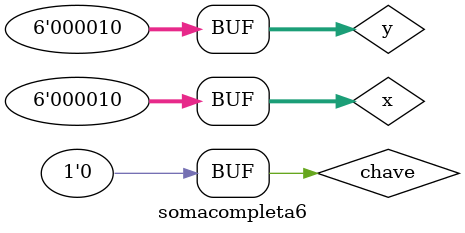
<source format=v>
 
module somacompleta (output s, output carryOut, 
                     input  x,  input y,  input carryIn);
										 
	wire  w1;
	wire  w2;
	wire  w3;	
 
// descrever por portas

 xor xor1  (w1,x,y);
 and and1  (w2,x,y);
 xor xor2  (s,w1,carryIn);
 and and2  (w3,w1,carryIn);
 or  or1   (carryOut,w3,w2); 
 
endmodule // somacompleta 

 module somacompleta_chave (output saida, output carryOut,
                            input x, input y, input carryIn, input chave);  

 wire w1;
 
 xor xor1 (w1,y,chave);
 somacompleta soma1 (saida,carryOut,carryIn,x,w1);
 
 endmodule // somacompleta_chave
 
 
 module somacompleta6;
 
 reg [5:0] x;
 reg [5:0] y;
 reg chave; //carryIn
 wire s0,s1,s2,s3,s4,s5,w1,w2,w3,w4,w5,w6,carryOut;
 
 
 somacompleta_chave soma1 (s0,w1,x[0],y[0],chave,chave);
 somacompleta_chave soma2 (s1,w2,x[1],y[1],w1,chave);
 somacompleta_chave soma3 (s2,w3,x[2],y[2],w2,chave);
 somacompleta_chave soma4 (s3,w4,x[3],y[3],w3,chave);
 somacompleta_chave soma5 (s4,w5,x[4],y[4],w4,chave);
 somacompleta_chave soma6 (s5,w6,x[5],y[5],w5,chave);
 xor xor1 (carryOut,w6,chave);
 

 
// ------------------------- parte principal 
 initial begin 
      $display("Exemplo0051 - Mateus Augusto Moraes Ferreira - 435669"); 
      $display("Soma & Subtracao"); 
		
		x=6'b000000;
		y=6'b000000;
		chave=0;
 
 // projetar testes do somador complete 
 
 $monitor("chave=%b carryOut=%b s=%b%b%b%b%b%b ",chave,carryOut,s5,s4,s3,s2,s1,s0);
 #1 chave=1;
 #1 x=6'b000011; y=6'b000001;
 #1 chave=0; x=6'b000010; y=6'b000010;
  
 end 
 
endmodule  
 
</source>
